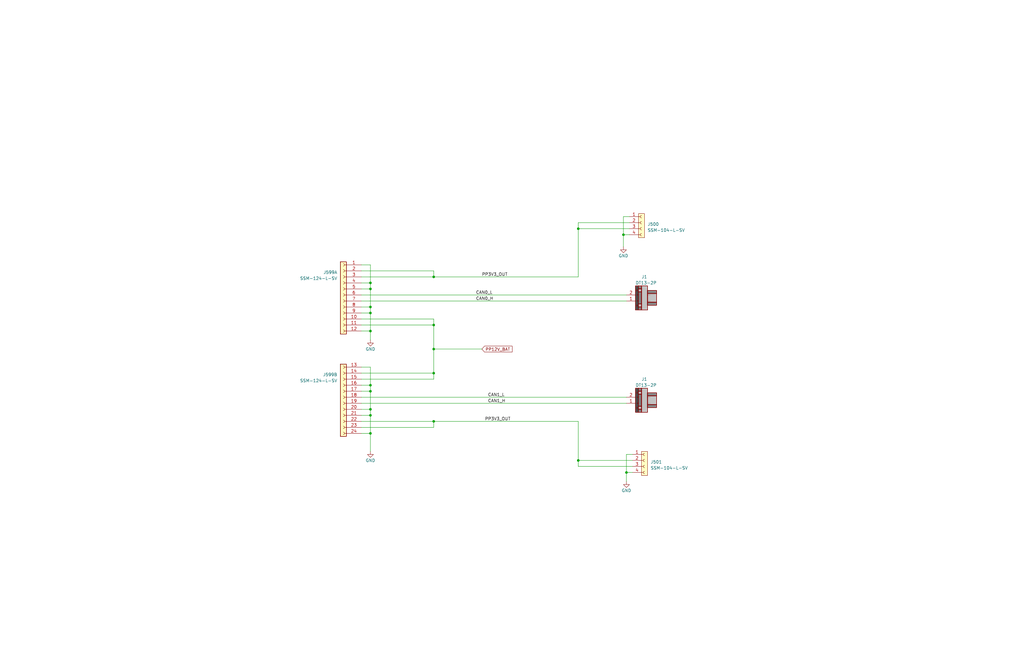
<source format=kicad_sch>
(kicad_sch (version 20231120) (generator "eeschema") (generator_version "8.0")
  (paper "B")
  (lib_symbols
    (symbol "DO_CONNECTORS:DT13-2P" (pin_names (offset 1.016) hide)
      (property "Reference" "J" (at 0 5.08 0))
      (property "Value" "DT13-2P" (at 1.27 -6.35 0))
      (symbol "DT13-2P_1_1"
        (circle (center -1.8938 3.188) (radius 0.293) (fill (type color) (color 0 0 0 1)))
        (circle (center -1.8744 -3.1861) (radius 0.293) (fill (type color) (color 0 0 0 1)))
        (rectangle (start -1.8049 -1.1327) (end -1.3505 -1.3727) (stroke (width 0.1524)) (fill (type color) (color 194 194 194 1)))
        (rectangle (start -1.7807 1.39) (end -1.3486 1.1522) (stroke (width 0.1524)) (fill (type color) (color 194 194 194 1)))
        (rectangle (start -1.27 -3.81) (end 0 -5.08) (stroke (width 0.254)) (fill (type color) (color 132 132 132 1)))
        (rectangle (start -1.27 -2.54) (end 0 -3.81) (stroke (width 0.254)) (fill (type color) (color 194 194 194 1)))
        (rectangle (start -1.27 2.54) (end 0 -2.54) (stroke (width 0.254)) (fill (type color) (color 132 132 132 1)))
        (rectangle (start -1.27 3.81) (end 0 2.54) (stroke (width 0.254)) (fill (type color) (color 194 194 194 1)))
        (rectangle (start -1.27 5.08) (end 0 3.81) (stroke (width 0.254)) (fill (type color) (color 132 132 132 1)))
        (polyline (pts (xy 2.8191 1.2727) (xy 4.0891 1.2727)) (stroke (width 0) (type dot)))
        (polyline (pts (xy 2.861 -1.2728) (xy 4.131 -1.2728)) (stroke (width 0) (type dot)))
        (polyline (pts (xy -1.27 5.08) (xy -2.54 5.08) (xy -2.54 -5.08) (xy -1.27 -5.08)) (stroke (width 0.254)) (fill (type color) (color 72 72 72 1)))
        (rectangle (start 0 5.08) (end 2.54 -5.08) (stroke (width 0.254)) (fill (type color) (color 194 194 194 1)))
        (rectangle (start 2.5397 -1.8305) (end 6.3497 -3.1005) (stroke (width 0.254)) (fill (type color) (color 132 132 132 1)))
        (rectangle (start 2.5397 3.1664) (end 6.3497 1.8964) (stroke (width 0.254)) (fill (type color) (color 132 132 132 1)))
        (rectangle (start 2.54 1.8307) (end 6.35 -1.7829) (stroke (width 0.254)) (fill (type color) (color 194 194 194 1)))
        (pin passive line (at -6.35 -1.27 0) (length 3.81) (name "Pin_1") (number "1"))
        (pin passive line (at -6.35 1.27 0) (length 3.81) (name "Pin_2") (number "2"))
      )
    )
    (symbol "DO_Conn_01x04_Socket_1" (pin_names (offset 1.016) hide)
      (property "Reference" "J" (at 0 6.35 0))
      (property "Value" "SSM-104-L-SV" (at 0 -6.35 0))
      (symbol "DO_Conn_01x04_Socket_1_1_1"
        (arc (start 0 -3.302) (mid -0.5058 -3.81) (end 0 -4.318) (stroke (width 0.1524)))
        (arc (start 0 -0.762) (mid -0.5058 -1.27) (end 0 -1.778) (stroke (width 0.1524)))
        (polyline (pts (xy -1.27 -3.81) (xy -0.508 -3.81)) (stroke (width 0.1524)))
        (polyline (pts (xy -1.27 -1.27) (xy -0.508 -1.27)) (stroke (width 0.1524)))
        (polyline (pts (xy -1.27 1.27) (xy -0.508 1.27)) (stroke (width 0.1524)))
        (polyline (pts (xy -1.27 3.81) (xy -0.508 3.81)) (stroke (width 0.1524)))
        (polyline (pts (xy -1.27 5.08) (xy -1.27 -5.08) (xy 1.27 -5.08) (xy 1.27 5.08) (xy -1.27 5.08)) (fill (type background)))
        (arc (start 0 1.778) (mid -0.5058 1.27) (end 0 0.762) (stroke (width 0.1524)))
        (arc (start 0 4.318) (mid -0.5058 3.81) (end 0 3.302) (stroke (width 0.1524)))
        (pin passive line (at -5.08 3.81 0) (length 3.81) (name "Pin_1") (number "1"))
        (pin passive line (at -5.08 1.27 0) (length 3.81) (name "Pin_2") (number "2"))
        (pin passive line (at -5.08 -1.27 0) (length 3.81) (name "Pin_3") (number "3"))
        (pin passive line (at -5.08 -3.81 0) (length 3.81) (name "Pin_4") (number "4"))
      )
    )
    (symbol "DO_Conn_01x24_Socket_1" (pin_names (offset 1.016) hide)
      (property "Reference" "J" (at 0 29.21 0))
      (property "Value" "SSM-124-L-SV" (at 0 -45.72 0))
      (symbol "DO_Conn_01x24_Socket_1_1_1"
        (rectangle (start -1.27 63.5) (end 1.27 -43.18) (stroke (width 0.254)) (fill (type background)))
        (arc (start 0 -40.132) (mid -0.5058 -40.64) (end 0 -41.148) (stroke (width 0.1524)))
        (arc (start 0 -35.052) (mid -0.5058 -35.56) (end 0 -36.068) (stroke (width 0.1524)))
        (arc (start 0 -29.972) (mid -0.5058 -30.48) (end 0 -30.988) (stroke (width 0.1524)))
        (arc (start 0 -19.812) (mid -0.5058 -20.32) (end 0 -20.828) (stroke (width 0.1524)))
        (arc (start 0 -14.732) (mid -0.5058 -15.24) (end 0 -15.748) (stroke (width 0.1524)))
        (arc (start 0 -9.652) (mid -0.5058 -10.16) (end 0 -10.668) (stroke (width 0.1524)))
        (polyline (pts (xy -1.27 -40.64) (xy -0.508 -40.64)) (stroke (width 0.1524)))
        (polyline (pts (xy -1.27 -35.56) (xy -0.508 -35.56)) (stroke (width 0.1524)))
        (polyline (pts (xy -1.27 -30.48) (xy -0.508 -30.48)) (stroke (width 0.1524)))
        (polyline (pts (xy -1.27 -20.32) (xy -0.508 -20.32)) (stroke (width 0.1524)))
        (polyline (pts (xy -1.27 -15.24) (xy -0.508 -15.24)) (stroke (width 0.1524)))
        (polyline (pts (xy -1.27 -10.16) (xy -0.508 -10.16)) (stroke (width 0.1524)))
        (polyline (pts (xy -1.27 0) (xy -0.508 0)) (stroke (width 0.1524)))
        (polyline (pts (xy -1.27 10.16) (xy -0.508 10.16)) (stroke (width 0.1524)))
        (polyline (pts (xy -1.27 20.32) (xy -0.508 20.32)) (stroke (width 0.1524)))
        (polyline (pts (xy -1.27 30.48) (xy -0.508 30.48)) (stroke (width 0.1524)))
        (polyline (pts (xy -1.27 50.8) (xy -0.508 50.8)) (stroke (width 0.1524)))
        (polyline (pts (xy -1.27 60.96) (xy -0.508 60.96)) (stroke (width 0.1524)))
        (arc (start 0 0.508) (mid -0.5058 0) (end 0 -0.508) (stroke (width 0.1524)))
        (arc (start 0 10.668) (mid -0.5058 10.16) (end 0 9.652) (stroke (width 0.1524)))
        (arc (start 0 20.828) (mid -0.5058 20.32) (end 0 19.812) (stroke (width 0.1524)))
        (arc (start 0 30.988) (mid -0.5058 30.48) (end 0 29.972) (stroke (width 0.1524)))
        (arc (start 0 51.308) (mid -0.5058 50.8) (end 0 50.292) (stroke (width 0.1524)))
        (arc (start 0 61.468) (mid -0.5058 60.96) (end 0 60.452) (stroke (width 0.1524)))
        (pin passive line (at -7.62 60.96 0) (length 6.35) (name "1") (number "1"))
        (pin passive line (at -7.62 -30.48 0) (length 6.35) (name "10") (number "10"))
        (pin passive line (at -7.62 -35.56 0) (length 6.35) (name "11") (number "11"))
        (pin passive line (at -7.62 -40.64 0) (length 6.35) (name "12") (number "12"))
        (pin passive line (at -7.62 50.8 0) (length 6.35) (name "2") (number "2"))
        (pin passive line (at -7.62 30.48 0) (length 6.35) (name "3") (number "3"))
        (pin passive line (at -7.62 20.32 0) (length 6.35) (name "4") (number "4"))
        (pin passive line (at -7.62 10.16 0) (length 6.35) (name "5") (number "5"))
        (pin passive line (at -7.62 0 0) (length 6.35) (name "6") (number "6"))
        (pin passive line (at -7.62 -10.16 0) (length 6.35) (name "7") (number "7"))
        (pin passive line (at -7.62 -15.24 0) (length 6.35) (name "8") (number "8"))
        (pin passive line (at -7.62 -20.32 0) (length 6.35) (name "9") (number "9"))
      )
      (symbol "DO_Conn_01x24_Socket_1_1_2"
        (rectangle (start -1.27 15.24) (end 1.27 -15.24) (stroke (width 0.254)) (fill (type background)))
        (arc (start -0.002 6.858) (mid -0.508 6.35) (end -0.002 5.842) (stroke (width 0.1524)))
        (arc (start 0 -13.462) (mid -0.506 -13.97) (end 0 -14.478) (stroke (width 0.1524)))
        (arc (start 0 -10.922) (mid -0.506 -11.43) (end 0 -11.938) (stroke (width 0.1524)))
        (arc (start 0 -8.382) (mid -0.506 -8.89) (end 0 -9.398) (stroke (width 0.1524)))
        (arc (start 0 -5.842) (mid -0.506 -6.35) (end 0 -6.858) (stroke (width 0.1524)))
        (arc (start 0 -3.302) (mid -0.506 -3.81) (end 0 -4.318) (stroke (width 0.1524)))
        (arc (start 0 -0.762) (mid -0.506 -1.27) (end 0 -1.778) (stroke (width 0.1524)))
        (polyline (pts (xy -1.27 -13.97) (xy -0.508 -13.97)) (stroke (width 0.1524)))
        (polyline (pts (xy -1.27 -11.43) (xy -0.508 -11.43)) (stroke (width 0.1524)))
        (polyline (pts (xy -1.27 -8.89) (xy -0.508 -8.89)) (stroke (width 0.1524)))
        (polyline (pts (xy -1.27 -6.35) (xy -0.508 -6.35)) (stroke (width 0.1524)))
        (polyline (pts (xy -1.27 -3.81) (xy -0.508 -3.81)) (stroke (width 0.1524)))
        (polyline (pts (xy -1.27 -1.27) (xy -0.508 -1.27)) (stroke (width 0.1524)))
        (polyline (pts (xy -1.27 1.27) (xy -0.508 1.27)) (stroke (width 0.1524)))
        (polyline (pts (xy -1.27 3.81) (xy -0.508 3.81)) (stroke (width 0.1524)))
        (polyline (pts (xy -1.27 6.35) (xy -0.508 6.35)) (stroke (width 0.1524)))
        (polyline (pts (xy -1.27 8.89) (xy -0.508 8.89)) (stroke (width 0.1524)))
        (polyline (pts (xy -1.27 11.43) (xy -0.508 11.43)) (stroke (width 0.1524)))
        (polyline (pts (xy -1.27 13.97) (xy -0.508 13.97)) (stroke (width 0.1524)))
        (arc (start 0 1.778) (mid -0.506 1.27) (end 0 0.762) (stroke (width 0.1524)))
        (arc (start 0 4.318) (mid -0.506 3.81) (end 0 3.302) (stroke (width 0.1524)))
        (arc (start 0 9.398) (mid -0.506 8.89) (end 0 8.382) (stroke (width 0.1524)))
        (arc (start 0 11.938) (mid -0.5058 11.43) (end 0 10.922) (stroke (width 0.1524)))
        (arc (start 0 14.478) (mid -0.5058 13.97) (end 0 13.462) (stroke (width 0.1524)))
        (pin passive line (at -7.62 13.97 0) (length 6.35) (name "1") (number "1"))
        (pin passive line (at -7.62 -8.89 0) (length 6.35) (name "10") (number "10"))
        (pin passive line (at -7.62 -11.43 0) (length 6.35) (name "11") (number "11"))
        (pin passive line (at -7.62 -13.97 0) (length 6.35) (name "12") (number "12"))
        (pin passive line (at -7.62 11.43 0) (length 6.35) (name "2") (number "2"))
        (pin passive line (at -7.62 8.89 0) (length 6.35) (name "3") (number "3"))
        (pin passive line (at -7.62 6.35 0) (length 6.35) (name "4") (number "4"))
        (pin passive line (at -7.62 3.81 0) (length 6.35) (name "5") (number "5"))
        (pin passive line (at -7.62 1.27 0) (length 6.35) (name "6") (number "6"))
        (pin passive line (at -7.62 -1.27 0) (length 6.35) (name "7") (number "7"))
        (pin passive line (at -7.62 -3.81 0) (length 6.35) (name "8") (number "8"))
        (pin passive line (at -7.62 -6.35 0) (length 6.35) (name "9") (number "9"))
      )
      (symbol "DO_Conn_01x24_Socket_1_2_1"
        (rectangle (start -1.27 63.5) (end 1.27 -43.18) (stroke (width 0.254)) (fill (type background)))
        (arc (start 0 -40.132) (mid -0.5058 -40.64) (end 0 -41.148) (stroke (width 0.1524)))
        (arc (start 0 -35.052) (mid -0.5058 -35.56) (end 0 -36.068) (stroke (width 0.1524)))
        (arc (start 0 -29.972) (mid -0.5058 -30.48) (end 0 -30.988) (stroke (width 0.1524)))
        (arc (start 0 -19.812) (mid -0.5058 -20.32) (end 0 -20.828) (stroke (width 0.1524)))
        (arc (start 0 -14.732) (mid -0.5058 -15.24) (end 0 -15.748) (stroke (width 0.1524)))
        (arc (start 0 -9.652) (mid -0.5058 -10.16) (end 0 -10.668) (stroke (width 0.1524)))
        (polyline (pts (xy -1.27 -40.64) (xy -0.508 -40.64)) (stroke (width 0.1524)))
        (polyline (pts (xy -1.27 -35.56) (xy -0.508 -35.56)) (stroke (width 0.1524)))
        (polyline (pts (xy -1.27 -30.48) (xy -0.508 -30.48)) (stroke (width 0.1524)))
        (polyline (pts (xy -1.27 -20.32) (xy -0.508 -20.32)) (stroke (width 0.1524)))
        (polyline (pts (xy -1.27 -15.24) (xy -0.508 -15.24)) (stroke (width 0.1524)))
        (polyline (pts (xy -1.27 -10.16) (xy -0.508 -10.16)) (stroke (width 0.1524)))
        (polyline (pts (xy -1.27 0) (xy -0.508 0)) (stroke (width 0.1524)))
        (polyline (pts (xy -1.27 10.16) (xy -0.508 10.16)) (stroke (width 0.1524)))
        (polyline (pts (xy -1.27 20.32) (xy -0.508 20.32)) (stroke (width 0.1524)))
        (polyline (pts (xy -1.27 30.48) (xy -0.508 30.48)) (stroke (width 0.1524)))
        (polyline (pts (xy -1.27 50.8) (xy -0.508 50.8)) (stroke (width 0.1524)))
        (polyline (pts (xy -1.27 60.96) (xy -0.508 60.96)) (stroke (width 0.1524)))
        (arc (start 0 0.508) (mid -0.5058 0) (end 0 -0.508) (stroke (width 0.1524)))
        (arc (start 0 10.668) (mid -0.5058 10.16) (end 0 9.652) (stroke (width 0.1524)))
        (arc (start 0 20.828) (mid -0.5058 20.32) (end 0 19.812) (stroke (width 0.1524)))
        (arc (start 0 30.988) (mid -0.5058 30.48) (end 0 29.972) (stroke (width 0.1524)))
        (arc (start 0 51.308) (mid -0.5058 50.8) (end 0 50.292) (stroke (width 0.1524)))
        (arc (start 0 61.468) (mid -0.5058 60.96) (end 0 60.452) (stroke (width 0.1524)))
        (pin passive line (at -7.62 60.96 0) (length 6.35) (name "13") (number "13"))
        (pin passive line (at -7.62 50.8 0) (length 6.35) (name "14") (number "14"))
        (pin passive line (at -7.62 30.48 0) (length 6.35) (name "15") (number "15"))
        (pin passive line (at -7.62 20.32 0) (length 6.35) (name "16") (number "16"))
        (pin passive line (at -7.62 10.16 0) (length 6.35) (name "17") (number "17"))
        (pin passive line (at -7.62 0 0) (length 6.35) (name "18") (number "18"))
        (pin passive line (at -7.62 -10.16 0) (length 6.35) (name "19") (number "19"))
        (pin passive line (at -7.62 -15.24 0) (length 6.35) (name "20") (number "20"))
        (pin passive line (at -7.62 -20.32 0) (length 6.35) (name "21") (number "21"))
        (pin passive line (at -7.62 -30.48 0) (length 6.35) (name "22") (number "22"))
        (pin passive line (at -7.62 -35.56 0) (length 6.35) (name "23") (number "23"))
        (pin passive line (at -7.62 -40.64 0) (length 6.35) (name "24") (number "24"))
      )
      (symbol "DO_Conn_01x24_Socket_1_2_2"
        (rectangle (start -1.27 15.24) (end 1.27 -15.24) (stroke (width 0.254)) (fill (type background)))
        (arc (start -0.002 6.858) (mid -0.508 6.35) (end -0.002 5.842) (stroke (width 0.1524)))
        (arc (start 0 -13.462) (mid -0.506 -13.97) (end 0 -14.478) (stroke (width 0.1524)))
        (arc (start 0 -10.922) (mid -0.506 -11.43) (end 0 -11.938) (stroke (width 0.1524)))
        (arc (start 0 -8.382) (mid -0.506 -8.89) (end 0 -9.398) (stroke (width 0.1524)))
        (arc (start 0 -5.842) (mid -0.506 -6.35) (end 0 -6.858) (stroke (width 0.1524)))
        (arc (start 0 -3.302) (mid -0.506 -3.81) (end 0 -4.318) (stroke (width 0.1524)))
        (arc (start 0 -0.762) (mid -0.506 -1.27) (end 0 -1.778) (stroke (width 0.1524)))
        (polyline (pts (xy -1.27 -13.97) (xy -0.508 -13.97)) (stroke (width 0.1524)))
        (polyline (pts (xy -1.27 -11.43) (xy -0.508 -11.43)) (stroke (width 0.1524)))
        (polyline (pts (xy -1.27 -8.89) (xy -0.508 -8.89)) (stroke (width 0.1524)))
        (polyline (pts (xy -1.27 -6.35) (xy -0.508 -6.35)) (stroke (width 0.1524)))
        (polyline (pts (xy -1.27 -3.81) (xy -0.508 -3.81)) (stroke (width 0.1524)))
        (polyline (pts (xy -1.27 -1.27) (xy -0.508 -1.27)) (stroke (width 0.1524)))
        (polyline (pts (xy -1.27 1.27) (xy -0.508 1.27)) (stroke (width 0.1524)))
        (polyline (pts (xy -1.27 3.81) (xy -0.508 3.81)) (stroke (width 0.1524)))
        (polyline (pts (xy -1.27 6.35) (xy -0.508 6.35)) (stroke (width 0.1524)))
        (polyline (pts (xy -1.27 8.89) (xy -0.508 8.89)) (stroke (width 0.1524)))
        (polyline (pts (xy -1.27 11.43) (xy -0.508 11.43)) (stroke (width 0.1524)))
        (polyline (pts (xy -1.27 13.97) (xy -0.508 13.97)) (stroke (width 0.1524)))
        (arc (start 0 1.778) (mid -0.506 1.27) (end 0 0.762) (stroke (width 0.1524)))
        (arc (start 0 4.318) (mid -0.506 3.81) (end 0 3.302) (stroke (width 0.1524)))
        (arc (start 0 9.398) (mid -0.506 8.89) (end 0 8.382) (stroke (width 0.1524)))
        (arc (start 0 11.938) (mid -0.5058 11.43) (end 0 10.922) (stroke (width 0.1524)))
        (arc (start 0 14.478) (mid -0.5058 13.97) (end 0 13.462) (stroke (width 0.1524)))
        (pin passive line (at -7.62 13.97 0) (length 6.35) (name "13") (number "13"))
        (pin passive line (at -7.62 11.43 0) (length 6.35) (name "14") (number "14"))
        (pin passive line (at -7.62 8.89 0) (length 6.35) (name "15") (number "15"))
        (pin passive line (at -7.62 6.35 0) (length 6.35) (name "16") (number "16"))
        (pin passive line (at -7.62 3.81 0) (length 6.35) (name "17") (number "17"))
        (pin passive line (at -7.62 1.27 0) (length 6.35) (name "18") (number "18"))
        (pin passive line (at -7.62 -1.27 0) (length 6.35) (name "19") (number "19"))
        (pin passive line (at -7.62 -3.81 0) (length 6.35) (name "20") (number "20"))
        (pin passive line (at -7.62 -6.35 0) (length 6.35) (name "21") (number "21"))
        (pin passive line (at -7.62 -8.89 0) (length 6.35) (name "22") (number "22"))
        (pin passive line (at -7.62 -11.43 0) (length 6.35) (name "23") (number "23"))
        (pin passive line (at -7.62 -13.97 0) (length 6.35) (name "24") (number "24"))
      )
    )
    (symbol "DO_POWER:GND" (power) (pin_names (offset 0))
      (property "Value" "GND" (at 0 -3.81 0))
      (symbol "GND_0_1"
        (polyline (pts (xy 0 0) (xy 0 -1.27) (xy 1.27 -1.27) (xy 0 -2.54) (xy -1.27 -1.27) (xy 0 -1.27)))
      )
      (symbol "GND_1_1"
        (pin power_in line (at 0 0 270) (length 0) hide (name "GND") (number "1"))
      )
    )
  )
  (junction (at 156.21 119.38))
  (junction (at 262.89 99.06))
  (junction (at 182.88 137.16))
  (junction (at 243.84 96.52))
  (junction (at 156.21 165.1))
  (junction (at 243.84 194.31))
  (junction (at 156.21 132.08))
  (junction (at 156.21 139.7))
  (junction (at 264.16 199.39))
  (junction (at 182.88 177.8))
  (junction (at 182.88 116.84))
  (junction (at 156.21 162.56))
  (junction (at 182.88 147.32))
  (junction (at 182.88 157.48))
  (junction (at 156.21 121.92))
  (junction (at 156.21 182.88))
  (junction (at 156.21 172.72))
  (junction (at 156.21 129.54))
  (junction (at 156.21 175.26))
  (wire (pts (xy 156.21 132.08) (xy 156.21 139.7)))
  (wire (pts (xy 182.88 114.3) (xy 152.4 114.3)))
  (wire (pts (xy 262.89 99.06) (xy 265.43 99.06)))
  (wire (pts (xy 156.21 162.56) (xy 156.21 165.1)))
  (wire (pts (xy 152.4 139.7) (xy 156.21 139.7)))
  (wire (pts (xy 264.16 191.77) (xy 266.7 191.77)))
  (wire (pts (xy 156.21 129.54) (xy 156.21 132.08)))
  (wire (pts (xy 182.88 147.32) (xy 182.88 137.16)))
  (wire (pts (xy 152.4 177.8) (xy 182.88 177.8)))
  (wire (pts (xy 156.21 139.7) (xy 156.21 143.51)))
  (wire (pts (xy 156.21 175.26) (xy 156.21 182.88)))
  (wire (pts (xy 182.88 116.84) (xy 182.88 114.3)))
  (wire (pts (xy 156.21 121.92) (xy 152.4 121.92)))
  (wire (pts (xy 243.84 194.31) (xy 266.7 194.31)))
  (wire (pts (xy 243.84 96.52) (xy 243.84 116.84)))
  (wire (pts (xy 152.4 129.54) (xy 156.21 129.54)))
  (wire (pts (xy 182.88 157.48) (xy 182.88 147.32)))
  (wire (pts (xy 152.4 165.1) (xy 156.21 165.1)))
  (wire (pts (xy 156.21 165.1) (xy 156.21 172.72)))
  (wire (pts (xy 152.4 157.48) (xy 182.88 157.48)))
  (wire (pts (xy 152.4 154.94) (xy 156.21 154.94)))
  (wire (pts (xy 152.4 182.88) (xy 156.21 182.88)))
  (wire (pts (xy 182.88 177.8) (xy 243.84 177.8)))
  (wire (pts (xy 152.4 132.08) (xy 156.21 132.08)))
  (wire (pts (xy 262.89 99.06) (xy 262.89 91.44)))
  (wire (pts (xy 156.21 182.88) (xy 156.21 190.5)))
  (wire (pts (xy 152.4 167.64) (xy 264.16 167.64)))
  (wire (pts (xy 152.4 119.38) (xy 156.21 119.38)))
  (wire (pts (xy 243.84 196.85) (xy 266.7 196.85)))
  (wire (pts (xy 182.88 157.48) (xy 182.88 160.02)))
  (wire (pts (xy 243.84 93.98) (xy 243.84 96.52)))
  (wire (pts (xy 152.4 124.46) (xy 264.16 124.46)))
  (wire (pts (xy 156.21 119.38) (xy 156.21 111.76)))
  (wire (pts (xy 182.88 116.84) (xy 243.84 116.84)))
  (wire (pts (xy 152.4 134.62) (xy 182.88 134.62)))
  (wire (pts (xy 243.84 194.31) (xy 243.84 177.8)))
  (wire (pts (xy 262.89 104.14) (xy 262.89 99.06)))
  (wire (pts (xy 243.84 194.31) (xy 243.84 196.85)))
  (wire (pts (xy 264.16 191.77) (xy 264.16 199.39)))
  (wire (pts (xy 156.21 154.94) (xy 156.21 162.56)))
  (wire (pts (xy 156.21 129.54) (xy 156.21 121.92)))
  (wire (pts (xy 182.88 177.8) (xy 182.88 180.34)))
  (wire (pts (xy 152.4 170.18) (xy 264.16 170.18)))
  (wire (pts (xy 182.88 180.34) (xy 152.4 180.34)))
  (wire (pts (xy 152.4 116.84) (xy 182.88 116.84)))
  (wire (pts (xy 264.16 199.39) (xy 266.7 199.39)))
  (wire (pts (xy 182.88 137.16) (xy 182.88 134.62)))
  (wire (pts (xy 243.84 93.98) (xy 265.43 93.98)))
  (wire (pts (xy 152.4 137.16) (xy 182.88 137.16)))
  (wire (pts (xy 156.21 172.72) (xy 156.21 175.26)))
  (wire (pts (xy 152.4 160.02) (xy 182.88 160.02)))
  (wire (pts (xy 262.89 91.44) (xy 265.43 91.44)))
  (wire (pts (xy 152.4 162.56) (xy 156.21 162.56)))
  (wire (pts (xy 156.21 111.76) (xy 152.4 111.76)))
  (wire (pts (xy 182.88 147.32) (xy 203.2 147.32)))
  (wire (pts (xy 156.21 121.92) (xy 156.21 119.38)))
  (wire (pts (xy 152.4 172.72) (xy 156.21 172.72)))
  (wire (pts (xy 243.84 96.52) (xy 265.43 96.52)))
  (wire (pts (xy 264.16 199.39) (xy 264.16 203.2)))
  (wire (pts (xy 152.4 127) (xy 264.16 127)))
  (wire (pts (xy 152.4 175.26) (xy 156.21 175.26)))
  (label "CAN1_H" (at 205.74 170.18 0))
  (label "CAN0_H" (at 200.66 127 0))
  (label "CAN0_L" (at 200.66 124.46 0))
  (label "CAN1_L" (at 205.74 167.64 0))
  (label "PP3V3_OUT" (at 204.47 177.8 0))
  (label "PP3V3_OUT" (at 203.2 116.84 0))
  (global_label "PP12V_BAT" (shape input) (at 203.2 147.32 0) (property "Intersheetrefs" "${INTERSHEET_REFS}" (effects (hide yes))))
  (symbol (lib_name "DO_Conn_01x04_Socket_1") (lib_id "DO_CONNECTORS:DO_Conn_01x04_Socket") (at 271.78 195.58 0) (unit 1)
    (property "Reference" "J501" (at 274.32 194.945 0) (effects (justify left)))
    (property "Value" "SSM-104-L-SV" (at 274.32 197.485 0) (effects (justify left)))
    (property "Datasheet" "http://suddendocs.samtec.com/catalog_english/ssm_sm.pdf" (effects (hide yes)))
    (property "MFR" "Samtec Inc." (effects (hide yes)))
    (property "PN" "SSM-104-L-SV" (effects (hide yes)))
  )
  (symbol (lib_id "DO_POWER:GND") (at 156.21 143.51 0) (unit 1)
    (property "Reference" "#PWR02" (effects (hide yes)))
    (property "Value" "GND" (at 156.21 147.32 0))
  )
  (symbol (lib_id "DO_POWER:GND") (at 156.21 190.5 0) (unit 1)
    (property "Reference" "#PWR02" (effects (hide yes)))
    (property "Value" "GND" (at 156.21 194.31 0))
  )
  (symbol (lib_name "DO_Conn_01x24_Socket_1") (lib_id "DO_CONNECTORS:DO_Conn_01x24_Socket") (at 144.78 168.91 0) (mirror y) (unit 2) (convert 2)
    (property "Reference" "J599" (at 142.24 158.115 0) (effects (justify left)))
    (property "Value" "SSM-124-L-SV" (at 142.24 160.655 0) (effects (justify left)))
    (property "Datasheet" "http://suddendocs.samtec.com/catalog_english/ssm_sm.pdf" (effects (hide yes)))
    (property "MFR" "Samtec Inc." (effects (hide yes)))
    (property "PN" "SSM-124-L-SV" (effects (hide yes)))
  )
  (symbol (lib_id "DO_CONNECTORS:DT13-2P") (at 270.51 168.91 0) (unit 1)
    (property "Reference" "J1" (at 270.51 160.02 0) (effects (justify left)))
    (property "Value" "DT13-2P" (at 267.97 162.56 0) (effects (justify left)))
    (property "Datasheet" "https://www.te.com/usa-en/product-DT13-2P.datasheet.pdf" (effects (hide yes)))
  )
  (symbol (lib_name "DO_Conn_01x04_Socket_1") (lib_id "DO_CONNECTORS:DO_Conn_01x04_Socket") (at 270.51 95.25 0) (unit 1)
    (property "Reference" "J500" (at 273.05 94.615 0) (effects (justify left)))
    (property "Value" "SSM-104-L-SV" (at 273.05 97.155 0) (effects (justify left)))
    (property "Datasheet" "http://suddendocs.samtec.com/catalog_english/ssm_sm.pdf" (effects (hide yes)))
    (property "MFR" "Samtec Inc." (effects (hide yes)))
    (property "PN" "SSM-104-L-SV" (effects (hide yes)))
  )
  (symbol (lib_id "DO_POWER:GND") (at 264.16 203.2 0) (unit 1)
    (property "Reference" "#PWR02" (effects (hide yes)))
    (property "Value" "GND" (at 264.16 207.01 0))
  )
  (symbol (lib_id "DO_CONNECTORS:DT13-2P") (at 270.51 125.73 0) (unit 1)
    (property "Reference" "J1" (at 270.51 116.84 0) (effects (justify left)))
    (property "Value" "DT13-2P" (at 267.97 119.38 0) (effects (justify left)))
    (property "Datasheet" "https://www.te.com/usa-en/product-DT13-2P.datasheet.pdf" (effects (hide yes)))
  )
  (symbol (lib_id "DO_POWER:GND") (at 262.89 104.14 0) (unit 1)
    (property "Reference" "#PWR02" (effects (hide yes)))
    (property "Value" "GND" (at 262.89 107.95 0))
  )
  (symbol (lib_name "DO_Conn_01x24_Socket_1") (lib_id "DO_CONNECTORS:DO_Conn_01x24_Socket") (at 144.78 125.73 0) (mirror y) (unit 1) (convert 2)
    (property "Reference" "J599" (at 142.24 114.935 0) (effects (justify left)))
    (property "Value" "SSM-124-L-SV" (at 142.24 117.475 0) (effects (justify left)))
    (property "Datasheet" "http://suddendocs.samtec.com/catalog_english/ssm_sm.pdf" (effects (hide yes)))
    (property "MFR" "Samtec Inc." (effects (hide yes)))
    (property "PN" "SSM-124-L-SV" (effects (hide yes)))
  )
)
</source>
